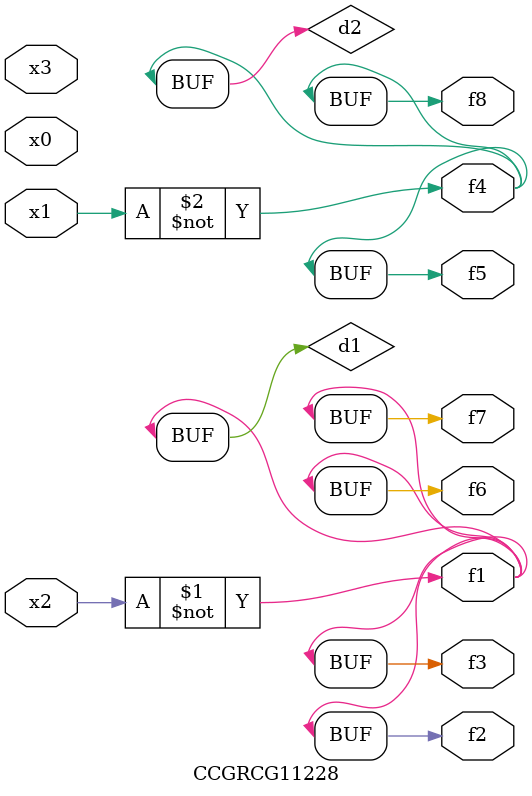
<source format=v>
module CCGRCG11228(
	input x0, x1, x2, x3,
	output f1, f2, f3, f4, f5, f6, f7, f8
);

	wire d1, d2;

	xnor (d1, x2);
	not (d2, x1);
	assign f1 = d1;
	assign f2 = d1;
	assign f3 = d1;
	assign f4 = d2;
	assign f5 = d2;
	assign f6 = d1;
	assign f7 = d1;
	assign f8 = d2;
endmodule

</source>
